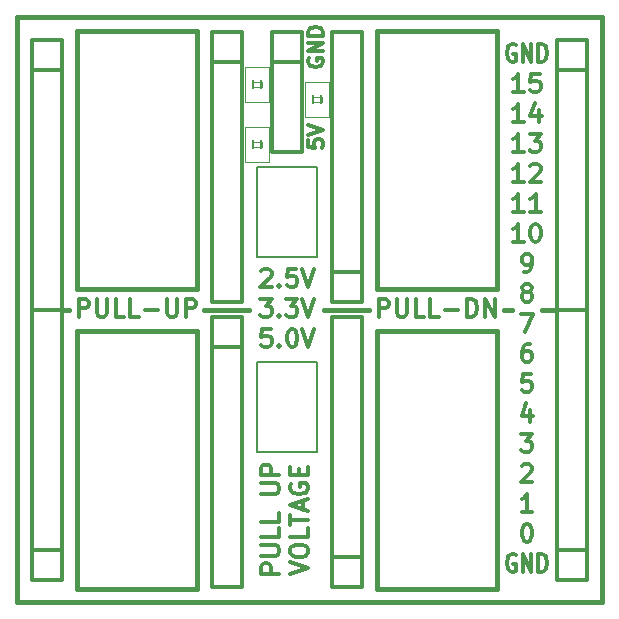
<source format=gto>
G04 (created by PCBNEW-RS274X (2011-07-08)-stable) date Sun 02 Oct 2011 11:42:34 AM CEST*
G01*
G70*
G90*
%MOIN*%
G04 Gerber Fmt 3.4, Leading zero omitted, Abs format*
%FSLAX34Y34*%
G04 APERTURE LIST*
%ADD10C,0.006000*%
%ADD11C,0.015000*%
%ADD12C,0.012000*%
%ADD13C,0.002600*%
%ADD14C,0.002000*%
%ADD15C,0.008000*%
%ADD16R,0.043300X0.039300*%
%ADD17R,0.060000X0.060000*%
%ADD18C,0.060000*%
%ADD19R,0.055000X0.055000*%
%ADD20C,0.055000*%
%ADD21O,0.080000X0.050000*%
G04 APERTURE END LIST*
G54D10*
G54D11*
X76250Y-13750D02*
X76250Y-33250D01*
X56750Y-13750D02*
X76250Y-13750D01*
X56750Y-33250D02*
X76250Y-33250D01*
X56750Y-13750D02*
X56750Y-33250D01*
X74750Y-23500D02*
X74250Y-23500D01*
X73000Y-23500D02*
X73250Y-23500D01*
X67000Y-23500D02*
X68500Y-23500D01*
X63000Y-23500D02*
X64500Y-23500D01*
X58250Y-23500D02*
X58500Y-23500D01*
G54D12*
X66452Y-17845D02*
X66452Y-18083D01*
X66690Y-18107D01*
X66667Y-18083D01*
X66643Y-18035D01*
X66643Y-17916D01*
X66667Y-17869D01*
X66690Y-17845D01*
X66738Y-17821D01*
X66857Y-17821D01*
X66905Y-17845D01*
X66929Y-17869D01*
X66952Y-17916D01*
X66952Y-18035D01*
X66929Y-18083D01*
X66905Y-18107D01*
X66452Y-17678D02*
X66952Y-17512D01*
X66452Y-17345D01*
X73369Y-14671D02*
X73321Y-14643D01*
X73250Y-14643D01*
X73178Y-14671D01*
X73131Y-14729D01*
X73107Y-14786D01*
X73083Y-14900D01*
X73083Y-14986D01*
X73107Y-15100D01*
X73131Y-15157D01*
X73178Y-15214D01*
X73250Y-15243D01*
X73298Y-15243D01*
X73369Y-15214D01*
X73393Y-15186D01*
X73393Y-14986D01*
X73298Y-14986D01*
X73607Y-15243D02*
X73607Y-14643D01*
X73893Y-15243D01*
X73893Y-14643D01*
X74131Y-15243D02*
X74131Y-14643D01*
X74250Y-14643D01*
X74322Y-14671D01*
X74369Y-14729D01*
X74393Y-14786D01*
X74417Y-14900D01*
X74417Y-14986D01*
X74393Y-15100D01*
X74369Y-15157D01*
X74322Y-15214D01*
X74250Y-15243D01*
X74131Y-15243D01*
X73551Y-23643D02*
X73951Y-23643D01*
X73694Y-24243D01*
X73865Y-24643D02*
X73751Y-24643D01*
X73694Y-24671D01*
X73665Y-24700D01*
X73608Y-24786D01*
X73579Y-24900D01*
X73579Y-25129D01*
X73608Y-25186D01*
X73636Y-25214D01*
X73694Y-25243D01*
X73808Y-25243D01*
X73865Y-25214D01*
X73894Y-25186D01*
X73922Y-25129D01*
X73922Y-24986D01*
X73894Y-24929D01*
X73865Y-24900D01*
X73808Y-24871D01*
X73694Y-24871D01*
X73636Y-24900D01*
X73608Y-24929D01*
X73579Y-24986D01*
X73894Y-25643D02*
X73608Y-25643D01*
X73579Y-25929D01*
X73608Y-25900D01*
X73665Y-25871D01*
X73808Y-25871D01*
X73865Y-25900D01*
X73894Y-25929D01*
X73922Y-25986D01*
X73922Y-26129D01*
X73894Y-26186D01*
X73865Y-26214D01*
X73808Y-26243D01*
X73665Y-26243D01*
X73608Y-26214D01*
X73579Y-26186D01*
X73865Y-26843D02*
X73865Y-27243D01*
X73722Y-26614D02*
X73579Y-27043D01*
X73951Y-27043D01*
X73551Y-27643D02*
X73922Y-27643D01*
X73722Y-27871D01*
X73808Y-27871D01*
X73865Y-27900D01*
X73894Y-27929D01*
X73922Y-27986D01*
X73922Y-28129D01*
X73894Y-28186D01*
X73865Y-28214D01*
X73808Y-28243D01*
X73636Y-28243D01*
X73579Y-28214D01*
X73551Y-28186D01*
X73579Y-28700D02*
X73608Y-28671D01*
X73665Y-28643D01*
X73808Y-28643D01*
X73865Y-28671D01*
X73894Y-28700D01*
X73922Y-28757D01*
X73922Y-28814D01*
X73894Y-28900D01*
X73551Y-29243D01*
X73922Y-29243D01*
X73722Y-30643D02*
X73779Y-30643D01*
X73836Y-30671D01*
X73865Y-30700D01*
X73894Y-30757D01*
X73922Y-30871D01*
X73922Y-31014D01*
X73894Y-31129D01*
X73865Y-31186D01*
X73836Y-31214D01*
X73779Y-31243D01*
X73722Y-31243D01*
X73665Y-31214D01*
X73636Y-31186D01*
X73608Y-31129D01*
X73579Y-31014D01*
X73579Y-30871D01*
X73608Y-30757D01*
X73636Y-30700D01*
X73665Y-30671D01*
X73722Y-30643D01*
X73922Y-30243D02*
X73579Y-30243D01*
X73751Y-30243D02*
X73751Y-29643D01*
X73694Y-29729D01*
X73636Y-29786D01*
X73579Y-29814D01*
X73369Y-31671D02*
X73321Y-31643D01*
X73250Y-31643D01*
X73178Y-31671D01*
X73131Y-31729D01*
X73107Y-31786D01*
X73083Y-31900D01*
X73083Y-31986D01*
X73107Y-32100D01*
X73131Y-32157D01*
X73178Y-32214D01*
X73250Y-32243D01*
X73298Y-32243D01*
X73369Y-32214D01*
X73393Y-32186D01*
X73393Y-31986D01*
X73298Y-31986D01*
X73607Y-32243D02*
X73607Y-31643D01*
X73893Y-32243D01*
X73893Y-31643D01*
X74131Y-32243D02*
X74131Y-31643D01*
X74250Y-31643D01*
X74322Y-31671D01*
X74369Y-31729D01*
X74393Y-31786D01*
X74417Y-31900D01*
X74417Y-31986D01*
X74393Y-32100D01*
X74369Y-32157D01*
X74322Y-32214D01*
X74250Y-32243D01*
X74131Y-32243D01*
X73694Y-22900D02*
X73636Y-22871D01*
X73608Y-22843D01*
X73579Y-22786D01*
X73579Y-22757D01*
X73608Y-22700D01*
X73636Y-22671D01*
X73694Y-22643D01*
X73808Y-22643D01*
X73865Y-22671D01*
X73894Y-22700D01*
X73922Y-22757D01*
X73922Y-22786D01*
X73894Y-22843D01*
X73865Y-22871D01*
X73808Y-22900D01*
X73694Y-22900D01*
X73636Y-22929D01*
X73608Y-22957D01*
X73579Y-23014D01*
X73579Y-23129D01*
X73608Y-23186D01*
X73636Y-23214D01*
X73694Y-23243D01*
X73808Y-23243D01*
X73865Y-23214D01*
X73894Y-23186D01*
X73922Y-23129D01*
X73922Y-23014D01*
X73894Y-22957D01*
X73865Y-22929D01*
X73808Y-22900D01*
X73636Y-22243D02*
X73751Y-22243D01*
X73808Y-22214D01*
X73836Y-22186D01*
X73894Y-22100D01*
X73922Y-21986D01*
X73922Y-21757D01*
X73894Y-21700D01*
X73865Y-21671D01*
X73808Y-21643D01*
X73694Y-21643D01*
X73636Y-21671D01*
X73608Y-21700D01*
X73579Y-21757D01*
X73579Y-21900D01*
X73608Y-21957D01*
X73636Y-21986D01*
X73694Y-22014D01*
X73808Y-22014D01*
X73865Y-21986D01*
X73894Y-21957D01*
X73922Y-21900D01*
X73636Y-21243D02*
X73293Y-21243D01*
X73465Y-21243D02*
X73465Y-20643D01*
X73408Y-20729D01*
X73350Y-20786D01*
X73293Y-20814D01*
X74007Y-20643D02*
X74064Y-20643D01*
X74121Y-20671D01*
X74150Y-20700D01*
X74179Y-20757D01*
X74207Y-20871D01*
X74207Y-21014D01*
X74179Y-21129D01*
X74150Y-21186D01*
X74121Y-21214D01*
X74064Y-21243D01*
X74007Y-21243D01*
X73950Y-21214D01*
X73921Y-21186D01*
X73893Y-21129D01*
X73864Y-21014D01*
X73864Y-20871D01*
X73893Y-20757D01*
X73921Y-20700D01*
X73950Y-20671D01*
X74007Y-20643D01*
X73636Y-20243D02*
X73293Y-20243D01*
X73465Y-20243D02*
X73465Y-19643D01*
X73408Y-19729D01*
X73350Y-19786D01*
X73293Y-19814D01*
X74207Y-20243D02*
X73864Y-20243D01*
X74036Y-20243D02*
X74036Y-19643D01*
X73979Y-19729D01*
X73921Y-19786D01*
X73864Y-19814D01*
X73636Y-19243D02*
X73293Y-19243D01*
X73465Y-19243D02*
X73465Y-18643D01*
X73408Y-18729D01*
X73350Y-18786D01*
X73293Y-18814D01*
X73864Y-18700D02*
X73893Y-18671D01*
X73950Y-18643D01*
X74093Y-18643D01*
X74150Y-18671D01*
X74179Y-18700D01*
X74207Y-18757D01*
X74207Y-18814D01*
X74179Y-18900D01*
X73836Y-19243D01*
X74207Y-19243D01*
X73636Y-18243D02*
X73293Y-18243D01*
X73465Y-18243D02*
X73465Y-17643D01*
X73408Y-17729D01*
X73350Y-17786D01*
X73293Y-17814D01*
X73836Y-17643D02*
X74207Y-17643D01*
X74007Y-17871D01*
X74093Y-17871D01*
X74150Y-17900D01*
X74179Y-17929D01*
X74207Y-17986D01*
X74207Y-18129D01*
X74179Y-18186D01*
X74150Y-18214D01*
X74093Y-18243D01*
X73921Y-18243D01*
X73864Y-18214D01*
X73836Y-18186D01*
X73636Y-17243D02*
X73293Y-17243D01*
X73465Y-17243D02*
X73465Y-16643D01*
X73408Y-16729D01*
X73350Y-16786D01*
X73293Y-16814D01*
X74150Y-16843D02*
X74150Y-17243D01*
X74007Y-16614D02*
X73864Y-17043D01*
X74236Y-17043D01*
X73636Y-16243D02*
X73293Y-16243D01*
X73465Y-16243D02*
X73465Y-15643D01*
X73408Y-15729D01*
X73350Y-15786D01*
X73293Y-15814D01*
X74179Y-15643D02*
X73893Y-15643D01*
X73864Y-15929D01*
X73893Y-15900D01*
X73950Y-15871D01*
X74093Y-15871D01*
X74150Y-15900D01*
X74179Y-15929D01*
X74207Y-15986D01*
X74207Y-16129D01*
X74179Y-16186D01*
X74150Y-16214D01*
X74093Y-16243D01*
X73950Y-16243D01*
X73893Y-16214D01*
X73864Y-16186D01*
X64893Y-22200D02*
X64922Y-22171D01*
X64979Y-22143D01*
X65122Y-22143D01*
X65179Y-22171D01*
X65208Y-22200D01*
X65236Y-22257D01*
X65236Y-22314D01*
X65208Y-22400D01*
X64865Y-22743D01*
X65236Y-22743D01*
X65493Y-22686D02*
X65521Y-22714D01*
X65493Y-22743D01*
X65464Y-22714D01*
X65493Y-22686D01*
X65493Y-22743D01*
X66065Y-22143D02*
X65779Y-22143D01*
X65750Y-22429D01*
X65779Y-22400D01*
X65836Y-22371D01*
X65979Y-22371D01*
X66036Y-22400D01*
X66065Y-22429D01*
X66093Y-22486D01*
X66093Y-22629D01*
X66065Y-22686D01*
X66036Y-22714D01*
X65979Y-22743D01*
X65836Y-22743D01*
X65779Y-22714D01*
X65750Y-22686D01*
X66264Y-22143D02*
X66464Y-22743D01*
X66664Y-22143D01*
X64865Y-23143D02*
X65236Y-23143D01*
X65036Y-23371D01*
X65122Y-23371D01*
X65179Y-23400D01*
X65208Y-23429D01*
X65236Y-23486D01*
X65236Y-23629D01*
X65208Y-23686D01*
X65179Y-23714D01*
X65122Y-23743D01*
X64950Y-23743D01*
X64893Y-23714D01*
X64865Y-23686D01*
X65493Y-23686D02*
X65521Y-23714D01*
X65493Y-23743D01*
X65464Y-23714D01*
X65493Y-23686D01*
X65493Y-23743D01*
X65722Y-23143D02*
X66093Y-23143D01*
X65893Y-23371D01*
X65979Y-23371D01*
X66036Y-23400D01*
X66065Y-23429D01*
X66093Y-23486D01*
X66093Y-23629D01*
X66065Y-23686D01*
X66036Y-23714D01*
X65979Y-23743D01*
X65807Y-23743D01*
X65750Y-23714D01*
X65722Y-23686D01*
X66264Y-23143D02*
X66464Y-23743D01*
X66664Y-23143D01*
X65208Y-24143D02*
X64922Y-24143D01*
X64893Y-24429D01*
X64922Y-24400D01*
X64979Y-24371D01*
X65122Y-24371D01*
X65179Y-24400D01*
X65208Y-24429D01*
X65236Y-24486D01*
X65236Y-24629D01*
X65208Y-24686D01*
X65179Y-24714D01*
X65122Y-24743D01*
X64979Y-24743D01*
X64922Y-24714D01*
X64893Y-24686D01*
X65493Y-24686D02*
X65521Y-24714D01*
X65493Y-24743D01*
X65464Y-24714D01*
X65493Y-24686D01*
X65493Y-24743D01*
X65893Y-24143D02*
X65950Y-24143D01*
X66007Y-24171D01*
X66036Y-24200D01*
X66065Y-24257D01*
X66093Y-24371D01*
X66093Y-24514D01*
X66065Y-24629D01*
X66036Y-24686D01*
X66007Y-24714D01*
X65950Y-24743D01*
X65893Y-24743D01*
X65836Y-24714D01*
X65807Y-24686D01*
X65779Y-24629D01*
X65750Y-24514D01*
X65750Y-24371D01*
X65779Y-24257D01*
X65807Y-24200D01*
X65836Y-24171D01*
X65893Y-24143D01*
X66264Y-24143D02*
X66464Y-24743D01*
X66664Y-24143D01*
X68807Y-23743D02*
X68807Y-23143D01*
X69035Y-23143D01*
X69093Y-23171D01*
X69121Y-23200D01*
X69150Y-23257D01*
X69150Y-23343D01*
X69121Y-23400D01*
X69093Y-23429D01*
X69035Y-23457D01*
X68807Y-23457D01*
X69407Y-23143D02*
X69407Y-23629D01*
X69435Y-23686D01*
X69464Y-23714D01*
X69521Y-23743D01*
X69635Y-23743D01*
X69693Y-23714D01*
X69721Y-23686D01*
X69750Y-23629D01*
X69750Y-23143D01*
X70322Y-23743D02*
X70036Y-23743D01*
X70036Y-23143D01*
X70808Y-23743D02*
X70522Y-23743D01*
X70522Y-23143D01*
X71008Y-23514D02*
X71465Y-23514D01*
X71751Y-23743D02*
X71751Y-23143D01*
X71894Y-23143D01*
X71979Y-23171D01*
X72037Y-23229D01*
X72065Y-23286D01*
X72094Y-23400D01*
X72094Y-23486D01*
X72065Y-23600D01*
X72037Y-23657D01*
X71979Y-23714D01*
X71894Y-23743D01*
X71751Y-23743D01*
X72351Y-23743D02*
X72351Y-23143D01*
X72694Y-23743D01*
X72694Y-23143D01*
X58807Y-23743D02*
X58807Y-23143D01*
X59035Y-23143D01*
X59093Y-23171D01*
X59121Y-23200D01*
X59150Y-23257D01*
X59150Y-23343D01*
X59121Y-23400D01*
X59093Y-23429D01*
X59035Y-23457D01*
X58807Y-23457D01*
X59407Y-23143D02*
X59407Y-23629D01*
X59435Y-23686D01*
X59464Y-23714D01*
X59521Y-23743D01*
X59635Y-23743D01*
X59693Y-23714D01*
X59721Y-23686D01*
X59750Y-23629D01*
X59750Y-23143D01*
X60322Y-23743D02*
X60036Y-23743D01*
X60036Y-23143D01*
X60808Y-23743D02*
X60522Y-23743D01*
X60522Y-23143D01*
X61008Y-23514D02*
X61465Y-23514D01*
X61751Y-23143D02*
X61751Y-23629D01*
X61779Y-23686D01*
X61808Y-23714D01*
X61865Y-23743D01*
X61979Y-23743D01*
X62037Y-23714D01*
X62065Y-23686D01*
X62094Y-23629D01*
X62094Y-23143D01*
X62380Y-23743D02*
X62380Y-23143D01*
X62608Y-23143D01*
X62666Y-23171D01*
X62694Y-23200D01*
X62723Y-23257D01*
X62723Y-23343D01*
X62694Y-23400D01*
X62666Y-23429D01*
X62608Y-23457D01*
X62380Y-23457D01*
X65493Y-32300D02*
X64893Y-32300D01*
X64893Y-32072D01*
X64921Y-32014D01*
X64950Y-31986D01*
X65007Y-31957D01*
X65093Y-31957D01*
X65150Y-31986D01*
X65179Y-32014D01*
X65207Y-32072D01*
X65207Y-32300D01*
X64893Y-31700D02*
X65379Y-31700D01*
X65436Y-31672D01*
X65464Y-31643D01*
X65493Y-31586D01*
X65493Y-31472D01*
X65464Y-31414D01*
X65436Y-31386D01*
X65379Y-31357D01*
X64893Y-31357D01*
X65493Y-30785D02*
X65493Y-31071D01*
X64893Y-31071D01*
X65493Y-30299D02*
X65493Y-30585D01*
X64893Y-30585D01*
X64893Y-29642D02*
X65379Y-29642D01*
X65436Y-29614D01*
X65464Y-29585D01*
X65493Y-29528D01*
X65493Y-29414D01*
X65464Y-29356D01*
X65436Y-29328D01*
X65379Y-29299D01*
X64893Y-29299D01*
X65493Y-29013D02*
X64893Y-29013D01*
X64893Y-28785D01*
X64921Y-28727D01*
X64950Y-28699D01*
X65007Y-28670D01*
X65093Y-28670D01*
X65150Y-28699D01*
X65179Y-28727D01*
X65207Y-28785D01*
X65207Y-29013D01*
X65853Y-32314D02*
X66453Y-32114D01*
X65853Y-31914D01*
X65853Y-31600D02*
X65853Y-31486D01*
X65881Y-31428D01*
X65939Y-31371D01*
X66053Y-31343D01*
X66253Y-31343D01*
X66367Y-31371D01*
X66424Y-31428D01*
X66453Y-31486D01*
X66453Y-31600D01*
X66424Y-31657D01*
X66367Y-31714D01*
X66253Y-31743D01*
X66053Y-31743D01*
X65939Y-31714D01*
X65881Y-31657D01*
X65853Y-31600D01*
X66453Y-30799D02*
X66453Y-31085D01*
X65853Y-31085D01*
X65853Y-30685D02*
X65853Y-30342D01*
X66453Y-30513D02*
X65853Y-30513D01*
X66281Y-30171D02*
X66281Y-29885D01*
X66453Y-30228D02*
X65853Y-30028D01*
X66453Y-29828D01*
X65881Y-29314D02*
X65853Y-29371D01*
X65853Y-29457D01*
X65881Y-29542D01*
X65939Y-29600D01*
X65996Y-29628D01*
X66110Y-29657D01*
X66196Y-29657D01*
X66310Y-29628D01*
X66367Y-29600D01*
X66424Y-29542D01*
X66453Y-29457D01*
X66453Y-29400D01*
X66424Y-29314D01*
X66396Y-29285D01*
X66196Y-29285D01*
X66196Y-29400D01*
X66139Y-29028D02*
X66139Y-28828D01*
X66453Y-28742D02*
X66453Y-29028D01*
X65853Y-29028D01*
X65853Y-28742D01*
X66476Y-15131D02*
X66452Y-15179D01*
X66452Y-15250D01*
X66476Y-15322D01*
X66524Y-15369D01*
X66571Y-15393D01*
X66667Y-15417D01*
X66738Y-15417D01*
X66833Y-15393D01*
X66881Y-15369D01*
X66929Y-15322D01*
X66952Y-15250D01*
X66952Y-15202D01*
X66929Y-15131D01*
X66905Y-15107D01*
X66738Y-15107D01*
X66738Y-15202D01*
X66952Y-14893D02*
X66452Y-14893D01*
X66952Y-14607D01*
X66452Y-14607D01*
X66952Y-14369D02*
X66452Y-14369D01*
X66452Y-14250D01*
X66476Y-14178D01*
X66524Y-14131D01*
X66571Y-14107D01*
X66667Y-14083D01*
X66738Y-14083D01*
X66833Y-14107D01*
X66881Y-14131D01*
X66929Y-14178D01*
X66952Y-14250D01*
X66952Y-14369D01*
G54D13*
X64920Y-15830D02*
X64920Y-15670D01*
X64920Y-15670D02*
X64580Y-15670D01*
X64580Y-15830D02*
X64580Y-15670D01*
X64920Y-15830D02*
X64580Y-15830D01*
X64920Y-16330D02*
X64920Y-16170D01*
X64920Y-16170D02*
X64580Y-16170D01*
X64580Y-16330D02*
X64580Y-16170D01*
X64920Y-16330D02*
X64580Y-16330D01*
X64907Y-16078D02*
X64907Y-15922D01*
X64907Y-15922D02*
X64593Y-15922D01*
X64593Y-16078D02*
X64593Y-15922D01*
X64907Y-16078D02*
X64593Y-16078D01*
G54D10*
X64890Y-16170D02*
X64890Y-15830D01*
X64610Y-15830D02*
X64610Y-16170D01*
G54D14*
X64363Y-16579D02*
X64363Y-15421D01*
X64363Y-15421D02*
X65137Y-15421D01*
X65137Y-15421D02*
X65137Y-16579D01*
X65137Y-16579D02*
X64363Y-16579D01*
G54D13*
X66920Y-16330D02*
X66920Y-16170D01*
X66920Y-16170D02*
X66580Y-16170D01*
X66580Y-16330D02*
X66580Y-16170D01*
X66920Y-16330D02*
X66580Y-16330D01*
X66920Y-16830D02*
X66920Y-16670D01*
X66920Y-16670D02*
X66580Y-16670D01*
X66580Y-16830D02*
X66580Y-16670D01*
X66920Y-16830D02*
X66580Y-16830D01*
X66907Y-16578D02*
X66907Y-16422D01*
X66907Y-16422D02*
X66593Y-16422D01*
X66593Y-16578D02*
X66593Y-16422D01*
X66907Y-16578D02*
X66593Y-16578D01*
G54D10*
X66890Y-16670D02*
X66890Y-16330D01*
X66610Y-16330D02*
X66610Y-16670D01*
G54D14*
X66363Y-17079D02*
X66363Y-15921D01*
X66363Y-15921D02*
X67137Y-15921D01*
X67137Y-15921D02*
X67137Y-17079D01*
X67137Y-17079D02*
X66363Y-17079D01*
G54D13*
X64920Y-17830D02*
X64920Y-17670D01*
X64920Y-17670D02*
X64580Y-17670D01*
X64580Y-17830D02*
X64580Y-17670D01*
X64920Y-17830D02*
X64580Y-17830D01*
X64920Y-18330D02*
X64920Y-18170D01*
X64920Y-18170D02*
X64580Y-18170D01*
X64580Y-18330D02*
X64580Y-18170D01*
X64920Y-18330D02*
X64580Y-18330D01*
X64907Y-18078D02*
X64907Y-17922D01*
X64907Y-17922D02*
X64593Y-17922D01*
X64593Y-18078D02*
X64593Y-17922D01*
X64907Y-18078D02*
X64593Y-18078D01*
G54D10*
X64890Y-18170D02*
X64890Y-17830D01*
X64610Y-17830D02*
X64610Y-18170D01*
G54D14*
X64363Y-18579D02*
X64363Y-17421D01*
X64363Y-17421D02*
X65137Y-17421D01*
X65137Y-17421D02*
X65137Y-18579D01*
X65137Y-18579D02*
X64363Y-18579D01*
G54D15*
X64750Y-28250D02*
X64750Y-25250D01*
X66750Y-25250D02*
X66750Y-28250D01*
X66750Y-28250D02*
X64750Y-28250D01*
X64750Y-25250D02*
X66750Y-25250D01*
X64750Y-21750D02*
X64750Y-18750D01*
X66750Y-18750D02*
X66750Y-21750D01*
X66750Y-21750D02*
X64750Y-21750D01*
X64750Y-18750D02*
X66750Y-18750D01*
G54D12*
X66250Y-14250D02*
X66250Y-14250D01*
X65250Y-14250D02*
X66250Y-14250D01*
X66250Y-14250D02*
X66250Y-14250D01*
X66250Y-14250D02*
X66250Y-18250D01*
X66250Y-18250D02*
X65250Y-18250D01*
X65250Y-18250D02*
X65250Y-14250D01*
X65250Y-15250D02*
X66250Y-15250D01*
X67250Y-23750D02*
X68250Y-23750D01*
X68250Y-23750D02*
X68250Y-32750D01*
X68250Y-32750D02*
X67250Y-32750D01*
X67250Y-23750D02*
X67250Y-32750D01*
X67250Y-31750D02*
X68250Y-31750D01*
X67250Y-14250D02*
X68250Y-14250D01*
X68250Y-14250D02*
X68250Y-23250D01*
X68250Y-23250D02*
X67250Y-23250D01*
X67250Y-14250D02*
X67250Y-23250D01*
X67250Y-22250D02*
X68250Y-22250D01*
X64250Y-32750D02*
X63250Y-32750D01*
X63250Y-32750D02*
X63250Y-23750D01*
X63250Y-23750D02*
X64250Y-23750D01*
X64250Y-32750D02*
X64250Y-23750D01*
X64250Y-24750D02*
X63250Y-24750D01*
X64250Y-23250D02*
X63250Y-23250D01*
X63250Y-23250D02*
X63250Y-14250D01*
X63250Y-14250D02*
X64250Y-14250D01*
X64250Y-23250D02*
X64250Y-14250D01*
X64250Y-15250D02*
X63250Y-15250D01*
X74750Y-23500D02*
X75750Y-23500D01*
X75750Y-23500D02*
X75750Y-32500D01*
X75750Y-32500D02*
X74750Y-32500D01*
X74750Y-23500D02*
X74750Y-32500D01*
X74750Y-31500D02*
X75750Y-31500D01*
X75750Y-23500D02*
X74750Y-23500D01*
X74750Y-23500D02*
X74750Y-14500D01*
X74750Y-14500D02*
X75750Y-14500D01*
X75750Y-23500D02*
X75750Y-14500D01*
X75750Y-15500D02*
X74750Y-15500D01*
X57250Y-23500D02*
X58250Y-23500D01*
X58250Y-23500D02*
X58250Y-32500D01*
X58250Y-32500D02*
X57250Y-32500D01*
X57250Y-23500D02*
X57250Y-32500D01*
X57250Y-31500D02*
X58250Y-31500D01*
X58250Y-23500D02*
X57250Y-23500D01*
X57250Y-23500D02*
X57250Y-14500D01*
X57250Y-14500D02*
X58250Y-14500D01*
X58250Y-23500D02*
X58250Y-14500D01*
X58250Y-15500D02*
X57250Y-15500D01*
G54D11*
X58750Y-22800D02*
X58750Y-14200D01*
X62750Y-14200D02*
X62750Y-22800D01*
X62750Y-14200D02*
X58750Y-14200D01*
X62750Y-22800D02*
X58750Y-22800D01*
X72750Y-14200D02*
X72750Y-22800D01*
X68750Y-22800D02*
X68750Y-14200D01*
X68750Y-22800D02*
X72750Y-22800D01*
X68750Y-14200D02*
X72750Y-14200D01*
X72750Y-24200D02*
X72750Y-32800D01*
X68750Y-32800D02*
X68750Y-24200D01*
X68750Y-32800D02*
X72750Y-32800D01*
X68750Y-24200D02*
X72750Y-24200D01*
X58750Y-32800D02*
X58750Y-24200D01*
X62750Y-24200D02*
X62750Y-32800D01*
X62750Y-24200D02*
X58750Y-24200D01*
X62750Y-32800D02*
X58750Y-32800D01*
%LPC*%
G54D16*
X64750Y-16334D03*
X64750Y-15666D03*
X66750Y-16834D03*
X66750Y-16166D03*
X64750Y-18334D03*
X64750Y-17666D03*
G54D17*
X65250Y-25750D03*
G54D18*
X66250Y-25750D03*
X65250Y-26750D03*
X66250Y-26750D03*
X65250Y-27750D03*
X66250Y-27750D03*
G54D17*
X65250Y-19250D03*
G54D18*
X66250Y-19250D03*
X65250Y-20250D03*
X66250Y-20250D03*
X65250Y-21250D03*
X66250Y-21250D03*
G54D19*
X65750Y-14750D03*
G54D20*
X65750Y-15750D03*
X65750Y-16750D03*
X65750Y-17750D03*
G54D19*
X67750Y-32250D03*
G54D20*
X67750Y-31250D03*
X67750Y-30250D03*
X67750Y-29250D03*
X67750Y-28250D03*
X67750Y-27250D03*
X67750Y-26250D03*
X67750Y-25250D03*
X67750Y-24250D03*
G54D19*
X67750Y-22750D03*
G54D20*
X67750Y-21750D03*
X67750Y-20750D03*
X67750Y-19750D03*
X67750Y-18750D03*
X67750Y-17750D03*
X67750Y-16750D03*
X67750Y-15750D03*
X67750Y-14750D03*
G54D19*
X63750Y-24250D03*
G54D20*
X63750Y-25250D03*
X63750Y-26250D03*
X63750Y-27250D03*
X63750Y-28250D03*
X63750Y-29250D03*
X63750Y-30250D03*
X63750Y-31250D03*
X63750Y-32250D03*
G54D19*
X63750Y-14750D03*
G54D20*
X63750Y-15750D03*
X63750Y-16750D03*
X63750Y-17750D03*
X63750Y-18750D03*
X63750Y-19750D03*
X63750Y-20750D03*
X63750Y-21750D03*
X63750Y-22750D03*
G54D19*
X75250Y-32000D03*
G54D20*
X75250Y-31000D03*
X75250Y-30000D03*
X75250Y-29000D03*
X75250Y-28000D03*
X75250Y-27000D03*
X75250Y-26000D03*
X75250Y-25000D03*
X75250Y-24000D03*
G54D19*
X75250Y-15000D03*
G54D20*
X75250Y-16000D03*
X75250Y-17000D03*
X75250Y-18000D03*
X75250Y-19000D03*
X75250Y-20000D03*
X75250Y-21000D03*
X75250Y-22000D03*
X75250Y-23000D03*
G54D19*
X57750Y-32000D03*
G54D20*
X57750Y-31000D03*
X57750Y-30000D03*
X57750Y-29000D03*
X57750Y-28000D03*
X57750Y-27000D03*
X57750Y-26000D03*
X57750Y-25000D03*
X57750Y-24000D03*
G54D19*
X57750Y-15000D03*
G54D20*
X57750Y-16000D03*
X57750Y-17000D03*
X57750Y-18000D03*
X57750Y-19000D03*
X57750Y-20000D03*
X57750Y-21000D03*
X57750Y-22000D03*
X57750Y-23000D03*
G54D21*
X59250Y-15000D03*
X59250Y-16000D03*
X59250Y-17000D03*
X59250Y-18000D03*
X59250Y-19000D03*
X59250Y-20000D03*
X59250Y-21000D03*
X59250Y-22000D03*
X62250Y-22000D03*
X62250Y-21000D03*
X62250Y-20000D03*
X62250Y-19000D03*
X62250Y-18000D03*
X62250Y-17000D03*
X62250Y-16000D03*
X62250Y-15000D03*
X72250Y-22000D03*
X72250Y-21000D03*
X72250Y-20000D03*
X72250Y-19000D03*
X72250Y-18000D03*
X72250Y-17000D03*
X72250Y-16000D03*
X72250Y-15000D03*
X69250Y-15000D03*
X69250Y-16000D03*
X69250Y-17000D03*
X69250Y-18000D03*
X69250Y-19000D03*
X69250Y-20000D03*
X69250Y-21000D03*
X69250Y-22000D03*
X72250Y-32000D03*
X72250Y-31000D03*
X72250Y-30000D03*
X72250Y-29000D03*
X72250Y-28000D03*
X72250Y-27000D03*
X72250Y-26000D03*
X72250Y-25000D03*
X69250Y-25000D03*
X69250Y-26000D03*
X69250Y-27000D03*
X69250Y-28000D03*
X69250Y-29000D03*
X69250Y-30000D03*
X69250Y-31000D03*
X69250Y-32000D03*
X59250Y-25000D03*
X59250Y-26000D03*
X59250Y-27000D03*
X59250Y-28000D03*
X59250Y-29000D03*
X59250Y-30000D03*
X59250Y-31000D03*
X59250Y-32000D03*
X62250Y-32000D03*
X62250Y-31000D03*
X62250Y-30000D03*
X62250Y-29000D03*
X62250Y-28000D03*
X62250Y-27000D03*
X62250Y-26000D03*
X62250Y-25000D03*
M02*

</source>
